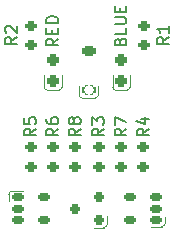
<source format=gto>
G04 #@! TF.GenerationSoftware,KiCad,Pcbnew,(6.0.5)*
G04 #@! TF.CreationDate,2022-07-19T01:19:57+08:00*
G04 #@! TF.ProjectId,TK44,544b3434-2e6b-4696-9361-645f70636258,rev?*
G04 #@! TF.SameCoordinates,Original*
G04 #@! TF.FileFunction,Legend,Top*
G04 #@! TF.FilePolarity,Positive*
%FSLAX46Y46*%
G04 Gerber Fmt 4.6, Leading zero omitted, Abs format (unit mm)*
G04 Created by KiCad (PCBNEW (6.0.5)) date 2022-07-19 01:19:57*
%MOMM*%
%LPD*%
G01*
G04 APERTURE LIST*
G04 Aperture macros list*
%AMRoundRect*
0 Rectangle with rounded corners*
0 $1 Rounding radius*
0 $2 $3 $4 $5 $6 $7 $8 $9 X,Y pos of 4 corners*
0 Add a 4 corners polygon primitive as box body*
4,1,4,$2,$3,$4,$5,$6,$7,$8,$9,$2,$3,0*
0 Add four circle primitives for the rounded corners*
1,1,$1+$1,$2,$3*
1,1,$1+$1,$4,$5*
1,1,$1+$1,$6,$7*
1,1,$1+$1,$8,$9*
0 Add four rect primitives between the rounded corners*
20,1,$1+$1,$2,$3,$4,$5,0*
20,1,$1+$1,$4,$5,$6,$7,0*
20,1,$1+$1,$6,$7,$8,$9,0*
20,1,$1+$1,$8,$9,$2,$3,0*%
G04 Aperture macros list end*
%ADD10C,0.150000*%
%ADD11C,0.120000*%
%ADD12C,3.050000*%
%ADD13C,4.000000*%
%ADD14C,1.750000*%
%ADD15C,4.400000*%
%ADD16RoundRect,0.200000X0.275000X-0.200000X0.275000X0.200000X-0.275000X0.200000X-0.275000X-0.200000X0*%
%ADD17RoundRect,0.200000X-0.275000X0.200000X-0.275000X-0.200000X0.275000X-0.200000X0.275000X0.200000X0*%
%ADD18RoundRect,0.162500X-0.367500X-0.162500X0.367500X-0.162500X0.367500X0.162500X-0.367500X0.162500X0*%
%ADD19RoundRect,0.225000X0.375000X-0.225000X0.375000X0.225000X-0.375000X0.225000X-0.375000X-0.225000X0*%
%ADD20C,0.800000*%
%ADD21RoundRect,0.237500X0.237500X-0.287500X0.237500X0.287500X-0.237500X0.287500X-0.237500X-0.287500X0*%
%ADD22RoundRect,0.162500X0.367500X0.162500X-0.367500X0.162500X-0.367500X-0.162500X0.367500X-0.162500X0*%
%ADD23O,1.000000X1.762000*%
%ADD24O,1.000000X2.219000*%
%ADD25RoundRect,0.135000X-0.135000X-0.365000X0.135000X-0.365000X0.135000X0.365000X-0.135000X0.365000X0*%
%ADD26RoundRect,0.075000X-0.075000X-0.425000X0.075000X-0.425000X0.075000X0.425000X-0.075000X0.425000X0*%
%ADD27RoundRect,0.175000X0.500000X0.175000X-0.500000X0.175000X-0.500000X-0.175000X0.500000X-0.175000X0*%
%ADD28RoundRect,0.175000X-0.175000X0.500000X-0.175000X-0.500000X0.175000X-0.500000X0.175000X0.500000X0*%
%ADD29RoundRect,0.175000X-0.500000X-0.175000X0.500000X-0.175000X0.500000X0.175000X-0.500000X0.175000X0*%
%ADD30RoundRect,0.200000X0.250000X0.200000X-0.250000X0.200000X-0.250000X-0.200000X0.250000X-0.200000X0*%
%ADD31C,0.900000*%
G04 APERTURE END LIST*
D10*
X207202380Y-131916666D02*
X206726190Y-132250000D01*
X207202380Y-132488095D02*
X206202380Y-132488095D01*
X206202380Y-132107142D01*
X206250000Y-132011904D01*
X206297619Y-131964285D01*
X206392857Y-131916666D01*
X206535714Y-131916666D01*
X206630952Y-131964285D01*
X206678571Y-132011904D01*
X206726190Y-132107142D01*
X206726190Y-132488095D01*
X206630952Y-131345238D02*
X206583333Y-131440476D01*
X206535714Y-131488095D01*
X206440476Y-131535714D01*
X206392857Y-131535714D01*
X206297619Y-131488095D01*
X206250000Y-131440476D01*
X206202380Y-131345238D01*
X206202380Y-131154761D01*
X206250000Y-131059523D01*
X206297619Y-131011904D01*
X206392857Y-130964285D01*
X206440476Y-130964285D01*
X206535714Y-131011904D01*
X206583333Y-131059523D01*
X206630952Y-131154761D01*
X206630952Y-131345238D01*
X206678571Y-131440476D01*
X206726190Y-131488095D01*
X206821428Y-131535714D01*
X207011904Y-131535714D01*
X207107142Y-131488095D01*
X207154761Y-131440476D01*
X207202380Y-131345238D01*
X207202380Y-131154761D01*
X207154761Y-131059523D01*
X207107142Y-131011904D01*
X207011904Y-130964285D01*
X206821428Y-130964285D01*
X206726190Y-131011904D01*
X206678571Y-131059523D01*
X206630952Y-131154761D01*
X214677380Y-124166666D02*
X214201190Y-124500000D01*
X214677380Y-124738095D02*
X213677380Y-124738095D01*
X213677380Y-124357142D01*
X213725000Y-124261904D01*
X213772619Y-124214285D01*
X213867857Y-124166666D01*
X214010714Y-124166666D01*
X214105952Y-124214285D01*
X214153571Y-124261904D01*
X214201190Y-124357142D01*
X214201190Y-124738095D01*
X214677380Y-123214285D02*
X214677380Y-123785714D01*
X214677380Y-123500000D02*
X213677380Y-123500000D01*
X213820238Y-123595238D01*
X213915476Y-123690476D01*
X213963095Y-123785714D01*
X210553571Y-124534523D02*
X210601190Y-124391666D01*
X210648809Y-124344047D01*
X210744047Y-124296428D01*
X210886904Y-124296428D01*
X210982142Y-124344047D01*
X211029761Y-124391666D01*
X211077380Y-124486904D01*
X211077380Y-124867857D01*
X210077380Y-124867857D01*
X210077380Y-124534523D01*
X210125000Y-124439285D01*
X210172619Y-124391666D01*
X210267857Y-124344047D01*
X210363095Y-124344047D01*
X210458333Y-124391666D01*
X210505952Y-124439285D01*
X210553571Y-124534523D01*
X210553571Y-124867857D01*
X211077380Y-123391666D02*
X211077380Y-123867857D01*
X210077380Y-123867857D01*
X210077380Y-123058333D02*
X210886904Y-123058333D01*
X210982142Y-123010714D01*
X211029761Y-122963095D01*
X211077380Y-122867857D01*
X211077380Y-122677380D01*
X211029761Y-122582142D01*
X210982142Y-122534523D01*
X210886904Y-122486904D01*
X210077380Y-122486904D01*
X210553571Y-122010714D02*
X210553571Y-121677380D01*
X211077380Y-121534523D02*
X211077380Y-122010714D01*
X210077380Y-122010714D01*
X210077380Y-121534523D01*
X205302380Y-124292857D02*
X204826190Y-124626190D01*
X205302380Y-124864285D02*
X204302380Y-124864285D01*
X204302380Y-124483333D01*
X204350000Y-124388095D01*
X204397619Y-124340476D01*
X204492857Y-124292857D01*
X204635714Y-124292857D01*
X204730952Y-124340476D01*
X204778571Y-124388095D01*
X204826190Y-124483333D01*
X204826190Y-124864285D01*
X204778571Y-123864285D02*
X204778571Y-123530952D01*
X205302380Y-123388095D02*
X205302380Y-123864285D01*
X204302380Y-123864285D01*
X204302380Y-123388095D01*
X205302380Y-122959523D02*
X204302380Y-122959523D01*
X204302380Y-122721428D01*
X204350000Y-122578571D01*
X204445238Y-122483333D01*
X204540476Y-122435714D01*
X204730952Y-122388095D01*
X204873809Y-122388095D01*
X205064285Y-122435714D01*
X205159523Y-122483333D01*
X205254761Y-122578571D01*
X205302380Y-122721428D01*
X205302380Y-122959523D01*
X209177380Y-131916666D02*
X208701190Y-132250000D01*
X209177380Y-132488095D02*
X208177380Y-132488095D01*
X208177380Y-132107142D01*
X208225000Y-132011904D01*
X208272619Y-131964285D01*
X208367857Y-131916666D01*
X208510714Y-131916666D01*
X208605952Y-131964285D01*
X208653571Y-132011904D01*
X208701190Y-132107142D01*
X208701190Y-132488095D01*
X208177380Y-131583333D02*
X208177380Y-130964285D01*
X208558333Y-131297619D01*
X208558333Y-131154761D01*
X208605952Y-131059523D01*
X208653571Y-131011904D01*
X208748809Y-130964285D01*
X208986904Y-130964285D01*
X209082142Y-131011904D01*
X209129761Y-131059523D01*
X209177380Y-131154761D01*
X209177380Y-131440476D01*
X209129761Y-131535714D01*
X209082142Y-131583333D01*
X205302380Y-131916666D02*
X204826190Y-132250000D01*
X205302380Y-132488095D02*
X204302380Y-132488095D01*
X204302380Y-132107142D01*
X204350000Y-132011904D01*
X204397619Y-131964285D01*
X204492857Y-131916666D01*
X204635714Y-131916666D01*
X204730952Y-131964285D01*
X204778571Y-132011904D01*
X204826190Y-132107142D01*
X204826190Y-132488095D01*
X204302380Y-131059523D02*
X204302380Y-131250000D01*
X204350000Y-131345238D01*
X204397619Y-131392857D01*
X204540476Y-131488095D01*
X204730952Y-131535714D01*
X205111904Y-131535714D01*
X205207142Y-131488095D01*
X205254761Y-131440476D01*
X205302380Y-131345238D01*
X205302380Y-131154761D01*
X205254761Y-131059523D01*
X205207142Y-131011904D01*
X205111904Y-130964285D01*
X204873809Y-130964285D01*
X204778571Y-131011904D01*
X204730952Y-131059523D01*
X204683333Y-131154761D01*
X204683333Y-131345238D01*
X204730952Y-131440476D01*
X204778571Y-131488095D01*
X204873809Y-131535714D01*
X201802380Y-124166666D02*
X201326190Y-124500000D01*
X201802380Y-124738095D02*
X200802380Y-124738095D01*
X200802380Y-124357142D01*
X200850000Y-124261904D01*
X200897619Y-124214285D01*
X200992857Y-124166666D01*
X201135714Y-124166666D01*
X201230952Y-124214285D01*
X201278571Y-124261904D01*
X201326190Y-124357142D01*
X201326190Y-124738095D01*
X200897619Y-123785714D02*
X200850000Y-123738095D01*
X200802380Y-123642857D01*
X200802380Y-123404761D01*
X200850000Y-123309523D01*
X200897619Y-123261904D01*
X200992857Y-123214285D01*
X201088095Y-123214285D01*
X201230952Y-123261904D01*
X201802380Y-123833333D01*
X201802380Y-123214285D01*
X203427380Y-131916666D02*
X202951190Y-132250000D01*
X203427380Y-132488095D02*
X202427380Y-132488095D01*
X202427380Y-132107142D01*
X202475000Y-132011904D01*
X202522619Y-131964285D01*
X202617857Y-131916666D01*
X202760714Y-131916666D01*
X202855952Y-131964285D01*
X202903571Y-132011904D01*
X202951190Y-132107142D01*
X202951190Y-132488095D01*
X202427380Y-131011904D02*
X202427380Y-131488095D01*
X202903571Y-131535714D01*
X202855952Y-131488095D01*
X202808333Y-131392857D01*
X202808333Y-131154761D01*
X202855952Y-131059523D01*
X202903571Y-131011904D01*
X202998809Y-130964285D01*
X203236904Y-130964285D01*
X203332142Y-131011904D01*
X203379761Y-131059523D01*
X203427380Y-131154761D01*
X203427380Y-131392857D01*
X203379761Y-131488095D01*
X203332142Y-131535714D01*
X211077380Y-131916666D02*
X210601190Y-132250000D01*
X211077380Y-132488095D02*
X210077380Y-132488095D01*
X210077380Y-132107142D01*
X210125000Y-132011904D01*
X210172619Y-131964285D01*
X210267857Y-131916666D01*
X210410714Y-131916666D01*
X210505952Y-131964285D01*
X210553571Y-132011904D01*
X210601190Y-132107142D01*
X210601190Y-132488095D01*
X210077380Y-131583333D02*
X210077380Y-130916666D01*
X211077380Y-131345238D01*
X212977380Y-131916666D02*
X212501190Y-132250000D01*
X212977380Y-132488095D02*
X211977380Y-132488095D01*
X211977380Y-132107142D01*
X212025000Y-132011904D01*
X212072619Y-131964285D01*
X212167857Y-131916666D01*
X212310714Y-131916666D01*
X212405952Y-131964285D01*
X212453571Y-132011904D01*
X212501190Y-132107142D01*
X212501190Y-132488095D01*
X212310714Y-131059523D02*
X212977380Y-131059523D01*
X211929761Y-131297619D02*
X212644047Y-131535714D01*
X212644047Y-130916666D01*
D11*
X201420000Y-137180000D02*
X202355000Y-137180000D01*
X201120000Y-138015000D02*
X201120000Y-137480000D01*
X201420000Y-137180000D02*
G75*
G03*
X201120000Y-137480000I0J-300000D01*
G01*
X207334000Y-129300000D02*
X208446000Y-129300000D01*
X207080000Y-129046000D02*
X207080000Y-128270000D01*
X208700000Y-129046000D02*
X208700000Y-128270000D01*
X207080000Y-129046000D02*
G75*
G03*
X207334000Y-129300000I254000J0D01*
G01*
X208446000Y-129300000D02*
G75*
G03*
X208700000Y-129046000I0J254000D01*
G01*
X209905000Y-127339900D02*
X209905000Y-128389900D01*
X210165000Y-128650045D02*
X211114855Y-128649900D01*
X211375000Y-128389900D02*
X211375000Y-127339900D01*
X211114855Y-128649900D02*
G75*
G03*
X211375000Y-128389900I144J260001D01*
G01*
X209905000Y-128389900D02*
G75*
G03*
X210165000Y-128650045I260001J-144D01*
G01*
X214380000Y-139365000D02*
X214380000Y-139900000D01*
X214080000Y-140200000D02*
X213145000Y-140200000D01*
X214080000Y-140200000D02*
G75*
G03*
X214380000Y-139900000I0J300000D01*
G01*
X205595000Y-128399900D02*
X205595000Y-127349900D01*
X204125000Y-127349900D02*
X204125000Y-128399900D01*
X204385000Y-128660045D02*
X205334855Y-128659900D01*
X205334855Y-128659900D02*
G75*
G03*
X205595000Y-128399900I144J260001D01*
G01*
X204125000Y-128399900D02*
G75*
G03*
X204385000Y-128660045I260001J-144D01*
G01*
X209460000Y-139290000D02*
X209460000Y-140000000D01*
X209160000Y-140300000D02*
X208350000Y-140300000D01*
X209160000Y-140300000D02*
G75*
G03*
X209460000Y-140000000I0J300000D01*
G01*
%LPC*%
D12*
X152078144Y-153246643D03*
D13*
X148694600Y-157808400D03*
D14*
X153697423Y-158690533D03*
D12*
X145383549Y-154645389D03*
D14*
X143691777Y-156926267D03*
D15*
X100205200Y-173070600D03*
D12*
X181253549Y-170635389D03*
D14*
X189567423Y-174680533D03*
D13*
X184564600Y-173798400D03*
D14*
X179561777Y-172916267D03*
D12*
X187948144Y-169236643D03*
D15*
X239585900Y-182550500D03*
D16*
X206750000Y-135135000D03*
X206750000Y-133485000D03*
D15*
X181893500Y-119529700D03*
X104370200Y-120368200D03*
D14*
X243866077Y-166679433D03*
X253871723Y-164915167D03*
D12*
X250488179Y-160353410D03*
X244675716Y-163957488D03*
D13*
X248868900Y-165797300D03*
D12*
X288008179Y-153733410D03*
D14*
X291391723Y-158295167D03*
D12*
X282195716Y-157337488D03*
D13*
X286388900Y-159177300D03*
D14*
X281386077Y-160059433D03*
D12*
X139108144Y-117096643D03*
D13*
X135724600Y-121658400D03*
D14*
X130721777Y-120776267D03*
X140727423Y-122540533D03*
D12*
X132413549Y-118495389D03*
X226745716Y-171957488D03*
X232558179Y-168353410D03*
D14*
X225936077Y-174679433D03*
X235941723Y-172915167D03*
D13*
X230938900Y-173797300D03*
D17*
X212530000Y-123185000D03*
X212530000Y-124835000D03*
D18*
X201880000Y-137740000D03*
X201880000Y-138690000D03*
X201880000Y-139640000D03*
X204080000Y-139640000D03*
X204080000Y-137740000D03*
D14*
X103851777Y-163436267D03*
X113857423Y-165200533D03*
D12*
X112238144Y-159756643D03*
X105543549Y-161155389D03*
D13*
X108854600Y-164318400D03*
D14*
X78647423Y-145450533D03*
D12*
X77028144Y-140006643D03*
D14*
X68641777Y-143686267D03*
D12*
X70333549Y-141405389D03*
D13*
X73644600Y-144568400D03*
D19*
X207890000Y-128650000D03*
D20*
X207890000Y-128650000D03*
X207890000Y-125350000D03*
D19*
X207890000Y-125350000D03*
D14*
X110471777Y-125916267D03*
D13*
X115474600Y-126798400D03*
D12*
X112163549Y-123635389D03*
X118858144Y-122236643D03*
D14*
X120477423Y-127680533D03*
X276928000Y-181990000D03*
D12*
X268038000Y-179450000D03*
X274388000Y-176910000D03*
D13*
X271848000Y-181990000D03*
D14*
X266768000Y-181990000D03*
X168241777Y-127396267D03*
D12*
X169933549Y-125115389D03*
X176628144Y-123716643D03*
D13*
X173244600Y-128278400D03*
D14*
X178247423Y-129160533D03*
D12*
X229248179Y-149593410D03*
X223435716Y-153197488D03*
D14*
X232631723Y-154155167D03*
D13*
X227628900Y-155037300D03*
D14*
X222626077Y-155919433D03*
D15*
X233601500Y-119529700D03*
D14*
X87411777Y-146996267D03*
D12*
X89103549Y-144715389D03*
D14*
X97417423Y-148760533D03*
D12*
X95798144Y-143316643D03*
D13*
X92414600Y-147878400D03*
X192484640Y-197438382D03*
D12*
X189173589Y-194275371D03*
X195868185Y-192876625D03*
D14*
X187481817Y-196556250D03*
X197487464Y-198320515D03*
D13*
X169934600Y-147038400D03*
D12*
X166623549Y-143875389D03*
X173318144Y-142476643D03*
D14*
X174937423Y-147920533D03*
X164931777Y-146156267D03*
D13*
X224318900Y-136277300D03*
D12*
X220125716Y-134437488D03*
D14*
X219316077Y-137159433D03*
D12*
X225938179Y-130833410D03*
D14*
X229321723Y-135395167D03*
X318076077Y-148759433D03*
D12*
X324698179Y-142433410D03*
D13*
X323078900Y-147877300D03*
D12*
X318885716Y-146037488D03*
D14*
X328081723Y-146995167D03*
D21*
X210640000Y-127864900D03*
X210640000Y-126114900D03*
D12*
X295825716Y-124957488D03*
X301638179Y-121353410D03*
D14*
X305021723Y-125915167D03*
X295016077Y-127679433D03*
D13*
X300018900Y-126797300D03*
D14*
X90721777Y-128236267D03*
D12*
X92413549Y-125955389D03*
X99108144Y-124556643D03*
D13*
X95724600Y-129118400D03*
D14*
X100727423Y-130000533D03*
D22*
X213620000Y-139640000D03*
X213620000Y-138690000D03*
X213620000Y-137740000D03*
X211420000Y-137740000D03*
X211420000Y-139640000D03*
D14*
X148718000Y-181990000D03*
D12*
X146178000Y-176910000D03*
D13*
X143638000Y-181990000D03*
D12*
X139828000Y-179450000D03*
D14*
X138558000Y-181990000D03*
X192867423Y-155920533D03*
D13*
X187864600Y-155038400D03*
D14*
X182861777Y-154156267D03*
D12*
X184553549Y-151875389D03*
X191248144Y-150476643D03*
D14*
X274766077Y-122549433D03*
D13*
X279768900Y-121667300D03*
D14*
X284771723Y-120785167D03*
D12*
X275575716Y-119827488D03*
X281388179Y-116223410D03*
D14*
X250561723Y-146155167D03*
D12*
X247178179Y-141593410D03*
X241365716Y-145197488D03*
D14*
X240556077Y-147919433D03*
D13*
X245558900Y-147037300D03*
D12*
X261808179Y-114833410D03*
D14*
X255186077Y-121159433D03*
D12*
X255995716Y-118437488D03*
D14*
X265191723Y-119395167D03*
D13*
X260188900Y-120277300D03*
D12*
X158688144Y-115726643D03*
D14*
X160307423Y-121170533D03*
D12*
X151993549Y-117125389D03*
D14*
X150301777Y-119406267D03*
D13*
X155304600Y-120288400D03*
D12*
X265108179Y-133603410D03*
D14*
X258486077Y-139929433D03*
D13*
X263488900Y-139047300D03*
D12*
X259295716Y-137207488D03*
D14*
X268491723Y-138165167D03*
D21*
X204860000Y-127874900D03*
X204860000Y-126124900D03*
D14*
X336846077Y-145449433D03*
D13*
X341848900Y-144567300D03*
D12*
X337655716Y-142727488D03*
D14*
X346851723Y-143685167D03*
D12*
X343468179Y-139123410D03*
D15*
X315289800Y-173070600D03*
D12*
X249118179Y-187683410D03*
D14*
X252501723Y-192245167D03*
X242496077Y-194009433D03*
D12*
X243305716Y-191287488D03*
D13*
X247498900Y-193127300D03*
D12*
X322205716Y-164797488D03*
X328018179Y-161193410D03*
D14*
X321396077Y-167519433D03*
X331401723Y-165755167D03*
D13*
X326398900Y-166637300D03*
D12*
X315585716Y-127277488D03*
D13*
X319778900Y-129117300D03*
D12*
X321398179Y-123673410D03*
D14*
X324781723Y-128235167D03*
X314776077Y-129999433D03*
D23*
X213325300Y-118661000D03*
D24*
X202174700Y-114622400D03*
X213325300Y-114635100D03*
D23*
X202174600Y-118661000D03*
D25*
X210950000Y-119740000D03*
X204550000Y-119740000D03*
X205350000Y-119740000D03*
X210150000Y-119740000D03*
D26*
X209000000Y-119740000D03*
X208000000Y-119740000D03*
X207500000Y-119740000D03*
X206500000Y-119740000D03*
X206000000Y-119740000D03*
X207000000Y-119740000D03*
X208500000Y-119740000D03*
X209508000Y-119740000D03*
D15*
X175909100Y-182550200D03*
X311124900Y-120368200D03*
D14*
X228021664Y-196555185D03*
D12*
X224638119Y-191993428D03*
X218825656Y-195597505D03*
D14*
X218016017Y-198319450D03*
D13*
X223018840Y-197437318D03*
D16*
X208740000Y-135135000D03*
X208740000Y-133485000D03*
X204860000Y-135145000D03*
X204860000Y-133495000D03*
D12*
X194558144Y-131716643D03*
D14*
X196177423Y-137160533D03*
X186171777Y-135396267D03*
D12*
X187863549Y-133115389D03*
D13*
X191174600Y-136278400D03*
D14*
X308331723Y-144675167D03*
D12*
X299135716Y-143717488D03*
D13*
X303328900Y-145557300D03*
D14*
X298326077Y-146439433D03*
D12*
X304948179Y-140113410D03*
D17*
X202980000Y-123185000D03*
X202980000Y-124835000D03*
D13*
X166624600Y-165798400D03*
D12*
X163313549Y-162635389D03*
D14*
X161621777Y-164916267D03*
D12*
X170008144Y-161236643D03*
D14*
X171627423Y-166680533D03*
D13*
X168004600Y-193118400D03*
D12*
X171388144Y-188556643D03*
D14*
X163001777Y-192236267D03*
D12*
X164693549Y-189955389D03*
D14*
X173007423Y-194000533D03*
D27*
X214500000Y-159430000D03*
X214500000Y-158330000D03*
X214500000Y-157230000D03*
X214500000Y-156130000D03*
X214500000Y-155030000D03*
X214500000Y-153930000D03*
X214500000Y-152830000D03*
X214500000Y-151730000D03*
X214500000Y-150630000D03*
X214500000Y-149530000D03*
X214500000Y-148430000D03*
X214500000Y-147330000D03*
X214500000Y-146230000D03*
D28*
X213250000Y-144730000D03*
X212150000Y-144730000D03*
X211050000Y-144730000D03*
X209950000Y-144730000D03*
X208850000Y-144730000D03*
X207750000Y-144730000D03*
X206650000Y-144730000D03*
X205550000Y-144730000D03*
X204450000Y-144730000D03*
X203350000Y-144730000D03*
X202250000Y-144730000D03*
D29*
X201000000Y-146230000D03*
X201000000Y-147330000D03*
X201000000Y-148430000D03*
X201000000Y-149530000D03*
X201000000Y-150630000D03*
X201000000Y-151730000D03*
X201000000Y-152830000D03*
X201000000Y-153930000D03*
X201000000Y-155030000D03*
X201000000Y-156130000D03*
X201000000Y-157230000D03*
X201000000Y-158330000D03*
X201000000Y-159430000D03*
D14*
X311641723Y-163435167D03*
D12*
X308258179Y-158873410D03*
D13*
X306638900Y-164317300D03*
D14*
X301636077Y-165199433D03*
D12*
X302445716Y-162477488D03*
X85793549Y-163475389D03*
D14*
X84101777Y-165756267D03*
D12*
X92488144Y-162076643D03*
D13*
X89104600Y-166638400D03*
D14*
X94107423Y-167520533D03*
D12*
X243868179Y-122833410D03*
D14*
X247251723Y-127395167D03*
X237246077Y-129159433D03*
D12*
X238055716Y-126437488D03*
D13*
X242248900Y-128277300D03*
D17*
X202980000Y-135145000D03*
X202980000Y-133495000D03*
D16*
X210630000Y-135145000D03*
X210630000Y-133495000D03*
D14*
X147001777Y-138166267D03*
X157007423Y-139930533D03*
D12*
X148693549Y-135885389D03*
D13*
X152004600Y-139048400D03*
D12*
X155388144Y-134486643D03*
D13*
X266798900Y-157797300D03*
D14*
X261796077Y-158679433D03*
X271801723Y-156915167D03*
D12*
X262605716Y-155957488D03*
X268418179Y-152353410D03*
D14*
X107161777Y-144676267D03*
D12*
X108853549Y-142395389D03*
X115548144Y-140996643D03*
D13*
X112164600Y-145558400D03*
D14*
X117167423Y-146440533D03*
D13*
X283088900Y-140427300D03*
D14*
X278086077Y-141309433D03*
D12*
X284708179Y-134983410D03*
D14*
X288091723Y-139545167D03*
D12*
X278895716Y-138587488D03*
X125793549Y-156025389D03*
D14*
X124101777Y-158306267D03*
X134107423Y-160070533D03*
D12*
X132488144Y-154626643D03*
D13*
X129104600Y-159188400D03*
D30*
X208750000Y-139640000D03*
X208750000Y-137740000D03*
X206750000Y-138690000D03*
D17*
X212520000Y-133495000D03*
X212520000Y-135145000D03*
D14*
X127411777Y-139546267D03*
D12*
X135798144Y-135866643D03*
X129103549Y-137265389D03*
D13*
X132414600Y-140428400D03*
D14*
X137417423Y-141310533D03*
D31*
X224430000Y-114150000D03*
X221430000Y-114150000D03*
D20*
X223700689Y-124671685D03*
X223492311Y-123489915D03*
M02*

</source>
